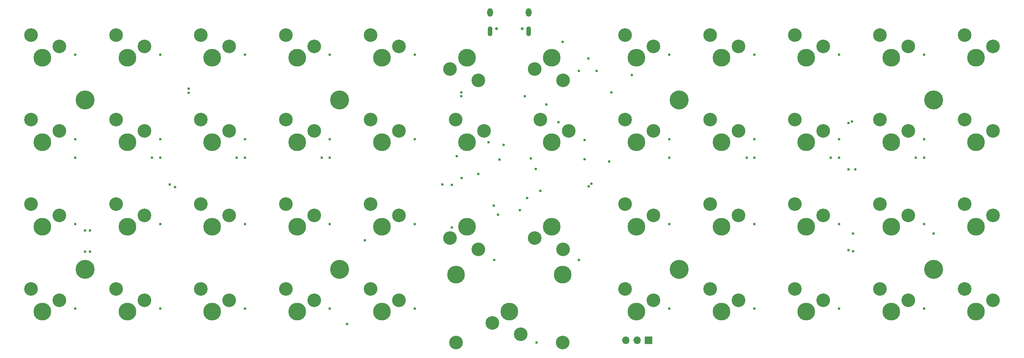
<source format=gbr>
%TF.GenerationSoftware,KiCad,Pcbnew,(6.0.6)*%
%TF.CreationDate,2022-08-30T20:37:50+01:00*%
%TF.ProjectId,RP2040_keyboard,52503230-3430-45f6-9b65-79626f617264,REV1*%
%TF.SameCoordinates,Original*%
%TF.FileFunction,Soldermask,Bot*%
%TF.FilePolarity,Negative*%
%FSLAX46Y46*%
G04 Gerber Fmt 4.6, Leading zero omitted, Abs format (unit mm)*
G04 Created by KiCad (PCBNEW (6.0.6)) date 2022-08-30 20:37:50*
%MOMM*%
%LPD*%
G01*
G04 APERTURE LIST*
%ADD10C,3.048000*%
%ADD11C,3.987800*%
%ADD12C,0.650000*%
%ADD13O,1.300000X1.900000*%
%ADD14O,1.100000X2.200000*%
%ADD15C,4.250000*%
%ADD16R,1.700000X1.700000*%
%ADD17O,1.700000X1.700000*%
%ADD18C,0.600000*%
G04 APERTURE END LIST*
D10*
%TO.C,SW22*%
X139960000Y-80420000D03*
D11*
X142500000Y-85500000D03*
D10*
X146310000Y-82960000D03*
%TD*%
%TO.C,SW30*%
X184310000Y-101960000D03*
X177960000Y-99420000D03*
D11*
X180500000Y-104500000D03*
%TD*%
D10*
%TO.C,SW5*%
X70310000Y-63960000D03*
D11*
X66500000Y-66500000D03*
D10*
X63960000Y-61420000D03*
%TD*%
%TO.C,SW43*%
X241310000Y-120960000D03*
X234960000Y-118420000D03*
D11*
X237500000Y-123500000D03*
%TD*%
%TO.C,SW3*%
X47500000Y-104500000D03*
D10*
X44960000Y-99420000D03*
X51310000Y-101960000D03*
%TD*%
%TO.C,SW37*%
X215960000Y-80420000D03*
D11*
X218500000Y-85500000D03*
D10*
X222310000Y-82960000D03*
%TD*%
%TO.C,SW32*%
X196960000Y-61420000D03*
D11*
X199500000Y-66500000D03*
D10*
X203310000Y-63960000D03*
%TD*%
%TO.C,SW14*%
X108310000Y-82960000D03*
X101960000Y-80420000D03*
D11*
X104500000Y-85500000D03*
%TD*%
D10*
%TO.C,SW33*%
X196960000Y-80420000D03*
X203310000Y-82960000D03*
D11*
X199500000Y-85500000D03*
%TD*%
%TO.C,SW2*%
X47500000Y-85500000D03*
D10*
X51310000Y-82960000D03*
X44960000Y-80420000D03*
%TD*%
D11*
%TO.C,SW13*%
X104500000Y-66500000D03*
D10*
X108310000Y-63960000D03*
X101960000Y-61420000D03*
%TD*%
D11*
%TO.C,SW31*%
X180500000Y-123500000D03*
D10*
X184310000Y-120960000D03*
X177960000Y-118420000D03*
%TD*%
%TO.C,SW11*%
X89310000Y-101960000D03*
X82960000Y-99420000D03*
D11*
X85500000Y-104500000D03*
%TD*%
D10*
%TO.C,SW35*%
X203310000Y-120960000D03*
D11*
X199500000Y-123500000D03*
D10*
X196960000Y-118420000D03*
%TD*%
%TO.C,SW39*%
X215960000Y-118420000D03*
X222310000Y-120960000D03*
D11*
X218500000Y-123500000D03*
%TD*%
%TO.C,SW42*%
X237500000Y-104500000D03*
D10*
X241310000Y-101960000D03*
X234960000Y-99420000D03*
%TD*%
D11*
%TO.C,SW46*%
X256500000Y-104500000D03*
D10*
X260310000Y-101960000D03*
X253960000Y-99420000D03*
%TD*%
D11*
%TO.C,SW28*%
X180500000Y-66500000D03*
D10*
X184310000Y-63960000D03*
X177960000Y-61420000D03*
%TD*%
D12*
%TO.C,J1*%
X149110000Y-60049000D03*
X154890000Y-60049000D03*
D13*
X156300000Y-56400000D03*
X147700000Y-56400000D03*
D14*
X147700000Y-60600000D03*
X156300000Y-60600000D03*
%TD*%
D10*
%TO.C,SW1*%
X51310000Y-63960000D03*
X44960000Y-61420000D03*
D11*
X47500000Y-66500000D03*
%TD*%
D10*
%TO.C,SW9*%
X82960000Y-61420000D03*
D11*
X85500000Y-66500000D03*
D10*
X89310000Y-63960000D03*
%TD*%
D11*
%TO.C,SW10*%
X85500000Y-85500000D03*
D10*
X82960000Y-80420000D03*
X89310000Y-82960000D03*
%TD*%
%TO.C,SW23*%
X145040000Y-109580000D03*
X138690000Y-107040000D03*
D11*
X142500000Y-104500000D03*
%TD*%
D10*
%TO.C,SW20*%
X120960000Y-118420000D03*
X127310000Y-120960000D03*
D11*
X123500000Y-123500000D03*
%TD*%
D10*
%TO.C,SW19*%
X120960000Y-99420000D03*
X127310000Y-101960000D03*
D11*
X123500000Y-104500000D03*
%TD*%
D10*
%TO.C,SW6*%
X70310000Y-82960000D03*
X63960000Y-80420000D03*
D11*
X66500000Y-85500000D03*
%TD*%
D10*
%TO.C,SW25*%
X157690000Y-69040000D03*
D11*
X161500000Y-66500000D03*
D10*
X164040000Y-71580000D03*
%TD*%
%TO.C,SW34*%
X203310000Y-101960000D03*
D11*
X199500000Y-104500000D03*
D10*
X196960000Y-99420000D03*
%TD*%
%TO.C,SW17*%
X127310000Y-63960000D03*
X120960000Y-61420000D03*
D11*
X123500000Y-66500000D03*
%TD*%
%TO.C,SW44*%
X256500000Y-66500000D03*
D10*
X260310000Y-63960000D03*
X253960000Y-61420000D03*
%TD*%
D11*
%TO.C,SW29*%
X180500000Y-85500000D03*
D10*
X177960000Y-80420000D03*
X184310000Y-82960000D03*
%TD*%
%TO.C,SW12*%
X89310000Y-120960000D03*
D11*
X85500000Y-123500000D03*
D10*
X82960000Y-118420000D03*
%TD*%
D11*
%TO.C,SW7*%
X66500000Y-104500000D03*
D10*
X63960000Y-99420000D03*
X70310000Y-101960000D03*
%TD*%
D11*
%TO.C,SW8*%
X66500000Y-123500000D03*
D10*
X70310000Y-120960000D03*
X63960000Y-118420000D03*
%TD*%
%TO.C,SW41*%
X241310000Y-82960000D03*
D11*
X237500000Y-85500000D03*
D10*
X234960000Y-80420000D03*
%TD*%
%TO.C,SW45*%
X260310000Y-82960000D03*
X253960000Y-80420000D03*
D11*
X256500000Y-85500000D03*
%TD*%
D10*
%TO.C,SW38*%
X222310000Y-101960000D03*
X215960000Y-99420000D03*
D11*
X218500000Y-104500000D03*
%TD*%
D10*
%TO.C,SW15*%
X101960000Y-99420000D03*
X108310000Y-101960000D03*
D11*
X104500000Y-104500000D03*
%TD*%
D15*
%TO.C,H1*%
X114000000Y-76000000D03*
X114000000Y-114000000D03*
X57000000Y-114000000D03*
X57000000Y-76000000D03*
X190000000Y-76000000D03*
X247000000Y-76000000D03*
X247000000Y-114000000D03*
X190000000Y-114000000D03*
%TD*%
D10*
%TO.C,SW47*%
X253960000Y-118420000D03*
D11*
X256500000Y-123500000D03*
D10*
X260310000Y-120960000D03*
%TD*%
%TO.C,SW16*%
X101960000Y-118420000D03*
X108310000Y-120960000D03*
D11*
X104500000Y-123500000D03*
%TD*%
D10*
%TO.C,SW36*%
X222310000Y-63960000D03*
D11*
X218500000Y-66500000D03*
D10*
X215960000Y-61420000D03*
%TD*%
D11*
%TO.C,SW26*%
X161500000Y-85500000D03*
D10*
X165310000Y-82960000D03*
X158960000Y-80420000D03*
%TD*%
%TO.C,SW27*%
X157690000Y-107040000D03*
D11*
X161500000Y-104500000D03*
D10*
X164040000Y-109580000D03*
%TD*%
D11*
%TO.C,SW24*%
X152000000Y-123500000D03*
D10*
X140062000Y-130485000D03*
D11*
X140062000Y-115245000D03*
D10*
X148190000Y-126040000D03*
X154540000Y-128580000D03*
D11*
X163938000Y-115245000D03*
D10*
X163938000Y-130485000D03*
%TD*%
%TO.C,SW21*%
X145040000Y-71580000D03*
X138690000Y-69040000D03*
D11*
X142500000Y-66500000D03*
%TD*%
D10*
%TO.C,SW18*%
X127310000Y-82960000D03*
D11*
X123500000Y-85500000D03*
D10*
X120960000Y-80420000D03*
%TD*%
%TO.C,SW40*%
X241310000Y-63960000D03*
X234960000Y-61420000D03*
D11*
X237500000Y-66500000D03*
%TD*%
D16*
%TO.C,J2*%
X183200000Y-129950000D03*
D17*
X180660000Y-129950000D03*
X178120000Y-129950000D03*
%TD*%
D10*
%TO.C,SW4*%
X44960000Y-118420000D03*
X51310000Y-120960000D03*
D11*
X47500000Y-123500000D03*
%TD*%
D18*
X148510000Y-99680000D03*
X205229657Y-88959472D03*
X157973294Y-91544874D03*
X156000000Y-98000000D03*
X141317780Y-93546813D03*
X163000000Y-81000000D03*
X137000000Y-95000000D03*
X243000000Y-89000000D03*
X158950000Y-96400000D03*
X247000000Y-106000000D03*
X110000000Y-89000000D03*
X164000000Y-63000000D03*
X91000000Y-89000000D03*
X149450000Y-101730000D03*
X224000000Y-89000000D03*
X72000000Y-89000000D03*
X140250859Y-88648133D03*
X150720000Y-86090000D03*
X156843675Y-89110000D03*
X154425000Y-100750000D03*
X149790000Y-89360000D03*
X170370000Y-94810000D03*
X169820500Y-95430000D03*
X139120000Y-104590000D03*
X139120000Y-95100000D03*
X141280000Y-74290000D03*
X174850000Y-74290000D03*
X141280000Y-75160000D03*
X155490000Y-75160000D03*
X160348814Y-77049228D03*
X174404000Y-89825000D03*
X119660000Y-107500000D03*
X115704000Y-126325000D03*
X167596000Y-69534000D03*
X171550000Y-69534000D03*
X54866000Y-84844000D03*
X54866000Y-103844000D03*
X54866000Y-122844000D03*
X54866000Y-65844000D03*
X54866000Y-88954000D03*
X73866000Y-65844000D03*
X73866000Y-88954000D03*
X73866000Y-103844000D03*
X73866000Y-122844000D03*
X73866000Y-84844000D03*
X92836000Y-84844000D03*
X92836000Y-65844000D03*
X92836000Y-88954000D03*
X92836000Y-122844000D03*
X92836000Y-103844000D03*
X111836000Y-84844000D03*
X111836000Y-88954000D03*
X111836000Y-65844000D03*
X111836000Y-122844000D03*
X111836000Y-103844000D03*
X130836000Y-84844000D03*
X130836000Y-65844000D03*
X130836000Y-122844000D03*
X130836000Y-103844000D03*
X147370000Y-85460000D03*
X158096000Y-130484000D03*
X145090000Y-92580000D03*
X148596000Y-111884000D03*
X168866000Y-89284000D03*
X168866000Y-84984000D03*
X167596000Y-111884000D03*
X187866000Y-84844000D03*
X187866000Y-103844000D03*
X187866000Y-122844000D03*
X187866000Y-65844000D03*
X187866000Y-88954000D03*
X206866000Y-65844000D03*
X206866000Y-122844000D03*
X206866000Y-103844000D03*
X206866000Y-88954000D03*
X206866000Y-84844000D03*
X225866000Y-88954000D03*
X225866000Y-84844000D03*
X225866000Y-103844000D03*
X225866000Y-122844000D03*
X225866000Y-65844000D03*
X244866000Y-65844000D03*
X244866000Y-122844000D03*
X244866000Y-88954000D03*
X244866000Y-103844000D03*
X244866000Y-84844000D03*
X228740000Y-80870000D03*
X229525000Y-91585000D03*
X228975000Y-110005000D03*
X228980000Y-105990000D03*
X57010000Y-105310000D03*
X57010000Y-110070000D03*
X76000000Y-95010000D03*
X80225000Y-73485000D03*
X228000000Y-81150000D03*
X179450000Y-70410000D03*
X80220000Y-74390000D03*
X228000000Y-91550000D03*
X58110000Y-105310000D03*
X77180000Y-95560000D03*
X228000000Y-109710000D03*
X169750000Y-66700000D03*
X58110000Y-110070000D03*
M02*

</source>
